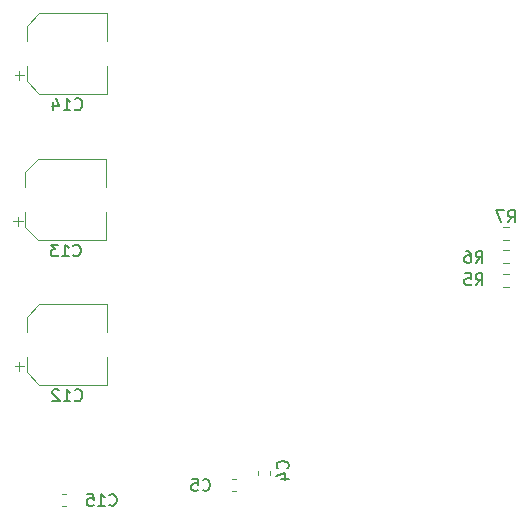
<source format=gbo>
G04 #@! TF.GenerationSoftware,KiCad,Pcbnew,(5.1.10)-1*
G04 #@! TF.CreationDate,2021-10-08T21:42:51+13:00*
G04 #@! TF.ProjectId,bldc_driver_fpga,626c6463-5f64-4726-9976-65725f667067,rev?*
G04 #@! TF.SameCoordinates,Original*
G04 #@! TF.FileFunction,Legend,Bot*
G04 #@! TF.FilePolarity,Positive*
%FSLAX46Y46*%
G04 Gerber Fmt 4.6, Leading zero omitted, Abs format (unit mm)*
G04 Created by KiCad (PCBNEW (5.1.10)-1) date 2021-10-08 21:42:51*
%MOMM*%
%LPD*%
G01*
G04 APERTURE LIST*
%ADD10C,0.120000*%
%ADD11C,0.150000*%
%ADD12C,3.200000*%
%ADD13O,1.750000X1.200000*%
%ADD14O,1.700000X1.700000*%
%ADD15R,1.700000X1.700000*%
%ADD16O,2.700000X3.300000*%
G04 APERTURE END LIST*
D10*
X119188776Y-43321500D02*
X119698224Y-43321500D01*
X119188776Y-42276500D02*
X119698224Y-42276500D01*
X119188776Y-45290000D02*
X119698224Y-45290000D01*
X119188776Y-44245000D02*
X119698224Y-44245000D01*
X119165276Y-47322000D02*
X119674724Y-47322000D01*
X119165276Y-46277000D02*
X119674724Y-46277000D01*
X82213267Y-64831500D02*
X81870733Y-64831500D01*
X82213267Y-65851500D02*
X81870733Y-65851500D01*
X85706000Y-24149000D02*
X85706000Y-26499000D01*
X85706000Y-30969000D02*
X85706000Y-28619000D01*
X79950437Y-30969000D02*
X85706000Y-30969000D01*
X79950437Y-24149000D02*
X85706000Y-24149000D01*
X78886000Y-25213437D02*
X78886000Y-26499000D01*
X78886000Y-29904563D02*
X78886000Y-28619000D01*
X78886000Y-29904563D02*
X79950437Y-30969000D01*
X78886000Y-25213437D02*
X79950437Y-24149000D01*
X77858500Y-29406500D02*
X78646000Y-29406500D01*
X78252250Y-29800250D02*
X78252250Y-29012750D01*
X85579000Y-36531500D02*
X85579000Y-38881500D01*
X85579000Y-43351500D02*
X85579000Y-41001500D01*
X79823437Y-43351500D02*
X85579000Y-43351500D01*
X79823437Y-36531500D02*
X85579000Y-36531500D01*
X78759000Y-37595937D02*
X78759000Y-38881500D01*
X78759000Y-42287063D02*
X78759000Y-41001500D01*
X78759000Y-42287063D02*
X79823437Y-43351500D01*
X78759000Y-37595937D02*
X79823437Y-36531500D01*
X77731500Y-41789000D02*
X78519000Y-41789000D01*
X78125250Y-42182750D02*
X78125250Y-41395250D01*
X85706000Y-48787000D02*
X85706000Y-51137000D01*
X85706000Y-55607000D02*
X85706000Y-53257000D01*
X79950437Y-55607000D02*
X85706000Y-55607000D01*
X79950437Y-48787000D02*
X85706000Y-48787000D01*
X78886000Y-49851437D02*
X78886000Y-51137000D01*
X78886000Y-54542563D02*
X78886000Y-53257000D01*
X78886000Y-54542563D02*
X79950437Y-55607000D01*
X78886000Y-49851437D02*
X79950437Y-48787000D01*
X77858500Y-54044500D02*
X78646000Y-54044500D01*
X78252250Y-54438250D02*
X78252250Y-53650750D01*
X96578267Y-63625000D02*
X96235733Y-63625000D01*
X96578267Y-64645000D02*
X96235733Y-64645000D01*
X98486500Y-62933733D02*
X98486500Y-63276267D01*
X99506500Y-62933733D02*
X99506500Y-63276267D01*
D11*
X119610166Y-41854380D02*
X119943500Y-41378190D01*
X120181595Y-41854380D02*
X120181595Y-40854380D01*
X119800642Y-40854380D01*
X119705404Y-40902000D01*
X119657785Y-40949619D01*
X119610166Y-41044857D01*
X119610166Y-41187714D01*
X119657785Y-41282952D01*
X119705404Y-41330571D01*
X119800642Y-41378190D01*
X120181595Y-41378190D01*
X119276833Y-40854380D02*
X118610166Y-40854380D01*
X119038738Y-41854380D01*
X116879666Y-45283380D02*
X117213000Y-44807190D01*
X117451095Y-45283380D02*
X117451095Y-44283380D01*
X117070142Y-44283380D01*
X116974904Y-44331000D01*
X116927285Y-44378619D01*
X116879666Y-44473857D01*
X116879666Y-44616714D01*
X116927285Y-44711952D01*
X116974904Y-44759571D01*
X117070142Y-44807190D01*
X117451095Y-44807190D01*
X116022523Y-44283380D02*
X116213000Y-44283380D01*
X116308238Y-44331000D01*
X116355857Y-44378619D01*
X116451095Y-44521476D01*
X116498714Y-44711952D01*
X116498714Y-45092904D01*
X116451095Y-45188142D01*
X116403476Y-45235761D01*
X116308238Y-45283380D01*
X116117761Y-45283380D01*
X116022523Y-45235761D01*
X115974904Y-45188142D01*
X115927285Y-45092904D01*
X115927285Y-44854809D01*
X115974904Y-44759571D01*
X116022523Y-44711952D01*
X116117761Y-44664333D01*
X116308238Y-44664333D01*
X116403476Y-44711952D01*
X116451095Y-44759571D01*
X116498714Y-44854809D01*
X116879666Y-47188380D02*
X117213000Y-46712190D01*
X117451095Y-47188380D02*
X117451095Y-46188380D01*
X117070142Y-46188380D01*
X116974904Y-46236000D01*
X116927285Y-46283619D01*
X116879666Y-46378857D01*
X116879666Y-46521714D01*
X116927285Y-46616952D01*
X116974904Y-46664571D01*
X117070142Y-46712190D01*
X117451095Y-46712190D01*
X115974904Y-46188380D02*
X116451095Y-46188380D01*
X116498714Y-46664571D01*
X116451095Y-46616952D01*
X116355857Y-46569333D01*
X116117761Y-46569333D01*
X116022523Y-46616952D01*
X115974904Y-46664571D01*
X115927285Y-46759809D01*
X115927285Y-46997904D01*
X115974904Y-47093142D01*
X116022523Y-47140761D01*
X116117761Y-47188380D01*
X116355857Y-47188380D01*
X116451095Y-47140761D01*
X116498714Y-47093142D01*
X85859857Y-65762142D02*
X85907476Y-65809761D01*
X86050333Y-65857380D01*
X86145571Y-65857380D01*
X86288428Y-65809761D01*
X86383666Y-65714523D01*
X86431285Y-65619285D01*
X86478904Y-65428809D01*
X86478904Y-65285952D01*
X86431285Y-65095476D01*
X86383666Y-65000238D01*
X86288428Y-64905000D01*
X86145571Y-64857380D01*
X86050333Y-64857380D01*
X85907476Y-64905000D01*
X85859857Y-64952619D01*
X84907476Y-65857380D02*
X85478904Y-65857380D01*
X85193190Y-65857380D02*
X85193190Y-64857380D01*
X85288428Y-65000238D01*
X85383666Y-65095476D01*
X85478904Y-65143095D01*
X84002714Y-64857380D02*
X84478904Y-64857380D01*
X84526523Y-65333571D01*
X84478904Y-65285952D01*
X84383666Y-65238333D01*
X84145571Y-65238333D01*
X84050333Y-65285952D01*
X84002714Y-65333571D01*
X83955095Y-65428809D01*
X83955095Y-65666904D01*
X84002714Y-65762142D01*
X84050333Y-65809761D01*
X84145571Y-65857380D01*
X84383666Y-65857380D01*
X84478904Y-65809761D01*
X84526523Y-65762142D01*
X82938857Y-32266142D02*
X82986476Y-32313761D01*
X83129333Y-32361380D01*
X83224571Y-32361380D01*
X83367428Y-32313761D01*
X83462666Y-32218523D01*
X83510285Y-32123285D01*
X83557904Y-31932809D01*
X83557904Y-31789952D01*
X83510285Y-31599476D01*
X83462666Y-31504238D01*
X83367428Y-31409000D01*
X83224571Y-31361380D01*
X83129333Y-31361380D01*
X82986476Y-31409000D01*
X82938857Y-31456619D01*
X81986476Y-32361380D02*
X82557904Y-32361380D01*
X82272190Y-32361380D02*
X82272190Y-31361380D01*
X82367428Y-31504238D01*
X82462666Y-31599476D01*
X82557904Y-31647095D01*
X81129333Y-31694714D02*
X81129333Y-32361380D01*
X81367428Y-31313761D02*
X81605523Y-32028047D01*
X80986476Y-32028047D01*
X82811857Y-44648642D02*
X82859476Y-44696261D01*
X83002333Y-44743880D01*
X83097571Y-44743880D01*
X83240428Y-44696261D01*
X83335666Y-44601023D01*
X83383285Y-44505785D01*
X83430904Y-44315309D01*
X83430904Y-44172452D01*
X83383285Y-43981976D01*
X83335666Y-43886738D01*
X83240428Y-43791500D01*
X83097571Y-43743880D01*
X83002333Y-43743880D01*
X82859476Y-43791500D01*
X82811857Y-43839119D01*
X81859476Y-44743880D02*
X82430904Y-44743880D01*
X82145190Y-44743880D02*
X82145190Y-43743880D01*
X82240428Y-43886738D01*
X82335666Y-43981976D01*
X82430904Y-44029595D01*
X81526142Y-43743880D02*
X80907095Y-43743880D01*
X81240428Y-44124833D01*
X81097571Y-44124833D01*
X81002333Y-44172452D01*
X80954714Y-44220071D01*
X80907095Y-44315309D01*
X80907095Y-44553404D01*
X80954714Y-44648642D01*
X81002333Y-44696261D01*
X81097571Y-44743880D01*
X81383285Y-44743880D01*
X81478523Y-44696261D01*
X81526142Y-44648642D01*
X82938857Y-56904142D02*
X82986476Y-56951761D01*
X83129333Y-56999380D01*
X83224571Y-56999380D01*
X83367428Y-56951761D01*
X83462666Y-56856523D01*
X83510285Y-56761285D01*
X83557904Y-56570809D01*
X83557904Y-56427952D01*
X83510285Y-56237476D01*
X83462666Y-56142238D01*
X83367428Y-56047000D01*
X83224571Y-55999380D01*
X83129333Y-55999380D01*
X82986476Y-56047000D01*
X82938857Y-56094619D01*
X81986476Y-56999380D02*
X82557904Y-56999380D01*
X82272190Y-56999380D02*
X82272190Y-55999380D01*
X82367428Y-56142238D01*
X82462666Y-56237476D01*
X82557904Y-56285095D01*
X81605523Y-56094619D02*
X81557904Y-56047000D01*
X81462666Y-55999380D01*
X81224571Y-55999380D01*
X81129333Y-56047000D01*
X81081714Y-56094619D01*
X81034095Y-56189857D01*
X81034095Y-56285095D01*
X81081714Y-56427952D01*
X81653142Y-56999380D01*
X81034095Y-56999380D01*
X93765666Y-64492142D02*
X93813285Y-64539761D01*
X93956142Y-64587380D01*
X94051380Y-64587380D01*
X94194238Y-64539761D01*
X94289476Y-64444523D01*
X94337095Y-64349285D01*
X94384714Y-64158809D01*
X94384714Y-64015952D01*
X94337095Y-63825476D01*
X94289476Y-63730238D01*
X94194238Y-63635000D01*
X94051380Y-63587380D01*
X93956142Y-63587380D01*
X93813285Y-63635000D01*
X93765666Y-63682619D01*
X92860904Y-63587380D02*
X93337095Y-63587380D01*
X93384714Y-64063571D01*
X93337095Y-64015952D01*
X93241857Y-63968333D01*
X93003761Y-63968333D01*
X92908523Y-64015952D01*
X92860904Y-64063571D01*
X92813285Y-64158809D01*
X92813285Y-64396904D01*
X92860904Y-64492142D01*
X92908523Y-64539761D01*
X93003761Y-64587380D01*
X93241857Y-64587380D01*
X93337095Y-64539761D01*
X93384714Y-64492142D01*
X100941142Y-62698333D02*
X100988761Y-62650714D01*
X101036380Y-62507857D01*
X101036380Y-62412619D01*
X100988761Y-62269761D01*
X100893523Y-62174523D01*
X100798285Y-62126904D01*
X100607809Y-62079285D01*
X100464952Y-62079285D01*
X100274476Y-62126904D01*
X100179238Y-62174523D01*
X100084000Y-62269761D01*
X100036380Y-62412619D01*
X100036380Y-62507857D01*
X100084000Y-62650714D01*
X100131619Y-62698333D01*
X100369714Y-63555476D02*
X101036380Y-63555476D01*
X99988761Y-63317380D02*
X100703047Y-63079285D01*
X100703047Y-63698333D01*
%LPC*%
D12*
X73970000Y-66360000D03*
X126040000Y-33340000D03*
X126040000Y-61280000D03*
X75240000Y-18100000D03*
G36*
G01*
X119868500Y-43036500D02*
X119868500Y-42561500D01*
G75*
G02*
X120106000Y-42324000I237500J0D01*
G01*
X120606000Y-42324000D01*
G75*
G02*
X120843500Y-42561500I0J-237500D01*
G01*
X120843500Y-43036500D01*
G75*
G02*
X120606000Y-43274000I-237500J0D01*
G01*
X120106000Y-43274000D01*
G75*
G02*
X119868500Y-43036500I0J237500D01*
G01*
G37*
G36*
G01*
X118043500Y-43036500D02*
X118043500Y-42561500D01*
G75*
G02*
X118281000Y-42324000I237500J0D01*
G01*
X118781000Y-42324000D01*
G75*
G02*
X119018500Y-42561500I0J-237500D01*
G01*
X119018500Y-43036500D01*
G75*
G02*
X118781000Y-43274000I-237500J0D01*
G01*
X118281000Y-43274000D01*
G75*
G02*
X118043500Y-43036500I0J237500D01*
G01*
G37*
G36*
G01*
X119868500Y-45005000D02*
X119868500Y-44530000D01*
G75*
G02*
X120106000Y-44292500I237500J0D01*
G01*
X120606000Y-44292500D01*
G75*
G02*
X120843500Y-44530000I0J-237500D01*
G01*
X120843500Y-45005000D01*
G75*
G02*
X120606000Y-45242500I-237500J0D01*
G01*
X120106000Y-45242500D01*
G75*
G02*
X119868500Y-45005000I0J237500D01*
G01*
G37*
G36*
G01*
X118043500Y-45005000D02*
X118043500Y-44530000D01*
G75*
G02*
X118281000Y-44292500I237500J0D01*
G01*
X118781000Y-44292500D01*
G75*
G02*
X119018500Y-44530000I0J-237500D01*
G01*
X119018500Y-45005000D01*
G75*
G02*
X118781000Y-45242500I-237500J0D01*
G01*
X118281000Y-45242500D01*
G75*
G02*
X118043500Y-45005000I0J237500D01*
G01*
G37*
G36*
G01*
X119845000Y-47037000D02*
X119845000Y-46562000D01*
G75*
G02*
X120082500Y-46324500I237500J0D01*
G01*
X120582500Y-46324500D01*
G75*
G02*
X120820000Y-46562000I0J-237500D01*
G01*
X120820000Y-47037000D01*
G75*
G02*
X120582500Y-47274500I-237500J0D01*
G01*
X120082500Y-47274500D01*
G75*
G02*
X119845000Y-47037000I0J237500D01*
G01*
G37*
G36*
G01*
X118020000Y-47037000D02*
X118020000Y-46562000D01*
G75*
G02*
X118257500Y-46324500I237500J0D01*
G01*
X118757500Y-46324500D01*
G75*
G02*
X118995000Y-46562000I0J-237500D01*
G01*
X118995000Y-47037000D01*
G75*
G02*
X118757500Y-47274500I-237500J0D01*
G01*
X118257500Y-47274500D01*
G75*
G02*
X118020000Y-47037000I0J237500D01*
G01*
G37*
D13*
X123634500Y-40768000D03*
X123634500Y-42768000D03*
X123634500Y-44768000D03*
X123634500Y-46768000D03*
G36*
G01*
X124259501Y-49368000D02*
X123009499Y-49368000D01*
G75*
G02*
X122759500Y-49118001I0J249999D01*
G01*
X122759500Y-48417999D01*
G75*
G02*
X123009499Y-48168000I249999J0D01*
G01*
X124259501Y-48168000D01*
G75*
G02*
X124509500Y-48417999I0J-249999D01*
G01*
X124509500Y-49118001D01*
G75*
G02*
X124259501Y-49368000I-249999J0D01*
G01*
G37*
D14*
X123507500Y-66357500D03*
X120967500Y-66357500D03*
X118427500Y-66357500D03*
X115887500Y-66357500D03*
X113347500Y-66357500D03*
D15*
X110807500Y-66357500D03*
D14*
X123500000Y-18100000D03*
X120960000Y-18100000D03*
X118420000Y-18100000D03*
X115880000Y-18100000D03*
X113340000Y-18100000D03*
X110800000Y-18100000D03*
X108260000Y-18100000D03*
D15*
X105720000Y-18100000D03*
D14*
X101656000Y-18100000D03*
X99116000Y-18100000D03*
X96576000Y-18100000D03*
X94036000Y-18100000D03*
X91496000Y-18100000D03*
X88956000Y-18100000D03*
X86416000Y-18100000D03*
X83876000Y-18100000D03*
X81336000Y-18100000D03*
D15*
X78796000Y-18100000D03*
D14*
X105727500Y-66357500D03*
X103187500Y-66357500D03*
X100647500Y-66357500D03*
X98107500Y-66357500D03*
X95567500Y-66357500D03*
X93027500Y-66357500D03*
X90487500Y-66357500D03*
D15*
X87947500Y-66357500D03*
D16*
X95195500Y-60808500D03*
X90995500Y-60808500D03*
X95195500Y-55308500D03*
G36*
G01*
X89645500Y-56708499D02*
X89645500Y-53908501D01*
G75*
G02*
X89895501Y-53658500I250001J0D01*
G01*
X92095499Y-53658500D01*
G75*
G02*
X92345500Y-53908501I0J-250001D01*
G01*
X92345500Y-56708499D01*
G75*
G02*
X92095499Y-56958500I-250001J0D01*
G01*
X89895501Y-56958500D01*
G75*
G02*
X89645500Y-56708499I0J250001D01*
G01*
G37*
G36*
G01*
X81692000Y-65104000D02*
X81692000Y-65579000D01*
G75*
G02*
X81454500Y-65816500I-237500J0D01*
G01*
X80879500Y-65816500D01*
G75*
G02*
X80642000Y-65579000I0J237500D01*
G01*
X80642000Y-65104000D01*
G75*
G02*
X80879500Y-64866500I237500J0D01*
G01*
X81454500Y-64866500D01*
G75*
G02*
X81692000Y-65104000I0J-237500D01*
G01*
G37*
G36*
G01*
X83442000Y-65104000D02*
X83442000Y-65579000D01*
G75*
G02*
X83204500Y-65816500I-237500J0D01*
G01*
X82629500Y-65816500D01*
G75*
G02*
X82392000Y-65579000I0J237500D01*
G01*
X82392000Y-65104000D01*
G75*
G02*
X82629500Y-64866500I237500J0D01*
G01*
X83204500Y-64866500D01*
G75*
G02*
X83442000Y-65104000I0J-237500D01*
G01*
G37*
G36*
G01*
X83246000Y-28109000D02*
X83246000Y-27009000D01*
G75*
G02*
X83496000Y-26759000I250000J0D01*
G01*
X86496000Y-26759000D01*
G75*
G02*
X86746000Y-27009000I0J-250000D01*
G01*
X86746000Y-28109000D01*
G75*
G02*
X86496000Y-28359000I-250000J0D01*
G01*
X83496000Y-28359000D01*
G75*
G02*
X83246000Y-28109000I0J250000D01*
G01*
G37*
G36*
G01*
X77846000Y-28109000D02*
X77846000Y-27009000D01*
G75*
G02*
X78096000Y-26759000I250000J0D01*
G01*
X81096000Y-26759000D01*
G75*
G02*
X81346000Y-27009000I0J-250000D01*
G01*
X81346000Y-28109000D01*
G75*
G02*
X81096000Y-28359000I-250000J0D01*
G01*
X78096000Y-28359000D01*
G75*
G02*
X77846000Y-28109000I0J250000D01*
G01*
G37*
G36*
G01*
X83119000Y-40491500D02*
X83119000Y-39391500D01*
G75*
G02*
X83369000Y-39141500I250000J0D01*
G01*
X86369000Y-39141500D01*
G75*
G02*
X86619000Y-39391500I0J-250000D01*
G01*
X86619000Y-40491500D01*
G75*
G02*
X86369000Y-40741500I-250000J0D01*
G01*
X83369000Y-40741500D01*
G75*
G02*
X83119000Y-40491500I0J250000D01*
G01*
G37*
G36*
G01*
X77719000Y-40491500D02*
X77719000Y-39391500D01*
G75*
G02*
X77969000Y-39141500I250000J0D01*
G01*
X80969000Y-39141500D01*
G75*
G02*
X81219000Y-39391500I0J-250000D01*
G01*
X81219000Y-40491500D01*
G75*
G02*
X80969000Y-40741500I-250000J0D01*
G01*
X77969000Y-40741500D01*
G75*
G02*
X77719000Y-40491500I0J250000D01*
G01*
G37*
G36*
G01*
X83246000Y-52747000D02*
X83246000Y-51647000D01*
G75*
G02*
X83496000Y-51397000I250000J0D01*
G01*
X86496000Y-51397000D01*
G75*
G02*
X86746000Y-51647000I0J-250000D01*
G01*
X86746000Y-52747000D01*
G75*
G02*
X86496000Y-52997000I-250000J0D01*
G01*
X83496000Y-52997000D01*
G75*
G02*
X83246000Y-52747000I0J250000D01*
G01*
G37*
G36*
G01*
X77846000Y-52747000D02*
X77846000Y-51647000D01*
G75*
G02*
X78096000Y-51397000I250000J0D01*
G01*
X81096000Y-51397000D01*
G75*
G02*
X81346000Y-51647000I0J-250000D01*
G01*
X81346000Y-52747000D01*
G75*
G02*
X81096000Y-52997000I-250000J0D01*
G01*
X78096000Y-52997000D01*
G75*
G02*
X77846000Y-52747000I0J250000D01*
G01*
G37*
G36*
G01*
X96057000Y-63897500D02*
X96057000Y-64372500D01*
G75*
G02*
X95819500Y-64610000I-237500J0D01*
G01*
X95244500Y-64610000D01*
G75*
G02*
X95007000Y-64372500I0J237500D01*
G01*
X95007000Y-63897500D01*
G75*
G02*
X95244500Y-63660000I237500J0D01*
G01*
X95819500Y-63660000D01*
G75*
G02*
X96057000Y-63897500I0J-237500D01*
G01*
G37*
G36*
G01*
X97807000Y-63897500D02*
X97807000Y-64372500D01*
G75*
G02*
X97569500Y-64610000I-237500J0D01*
G01*
X96994500Y-64610000D01*
G75*
G02*
X96757000Y-64372500I0J237500D01*
G01*
X96757000Y-63897500D01*
G75*
G02*
X96994500Y-63660000I237500J0D01*
G01*
X97569500Y-63660000D01*
G75*
G02*
X97807000Y-63897500I0J-237500D01*
G01*
G37*
G36*
G01*
X98759000Y-63455000D02*
X99234000Y-63455000D01*
G75*
G02*
X99471500Y-63692500I0J-237500D01*
G01*
X99471500Y-64267500D01*
G75*
G02*
X99234000Y-64505000I-237500J0D01*
G01*
X98759000Y-64505000D01*
G75*
G02*
X98521500Y-64267500I0J237500D01*
G01*
X98521500Y-63692500D01*
G75*
G02*
X98759000Y-63455000I237500J0D01*
G01*
G37*
G36*
G01*
X98759000Y-61705000D02*
X99234000Y-61705000D01*
G75*
G02*
X99471500Y-61942500I0J-237500D01*
G01*
X99471500Y-62517500D01*
G75*
G02*
X99234000Y-62755000I-237500J0D01*
G01*
X98759000Y-62755000D01*
G75*
G02*
X98521500Y-62517500I0J237500D01*
G01*
X98521500Y-61942500D01*
G75*
G02*
X98759000Y-61705000I237500J0D01*
G01*
G37*
M02*

</source>
